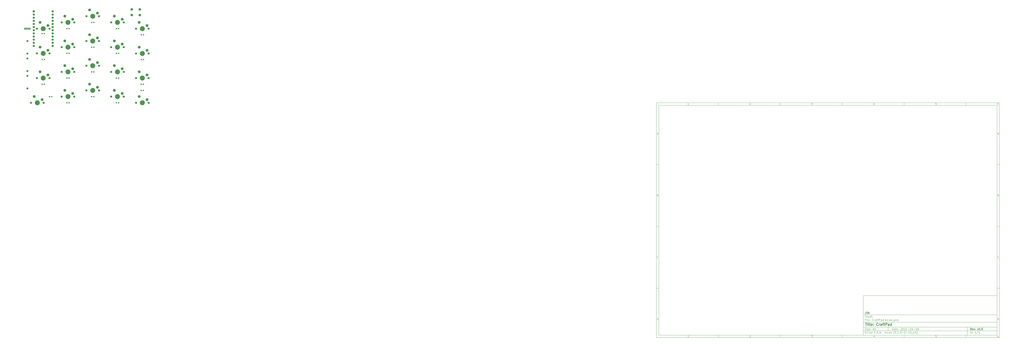
<source format=gbr>
%TF.GenerationSoftware,KiCad,Pcbnew,(5.1.9-0-10_14)*%
%TF.CreationDate,2021-04-06T08:54:49+08:00*%
%TF.ProjectId,CraftPad,43726166-7450-4616-942e-6b696361645f,v0.5*%
%TF.SameCoordinates,Original*%
%TF.FileFunction,Soldermask,Top*%
%TF.FilePolarity,Negative*%
%FSLAX46Y46*%
G04 Gerber Fmt 4.6, Leading zero omitted, Abs format (unit mm)*
G04 Created by KiCad (PCBNEW (5.1.9-0-10_14)) date 2021-04-06 08:54:49*
%MOMM*%
%LPD*%
G01*
G04 APERTURE LIST*
%ADD10C,0.100000*%
%ADD11C,0.150000*%
%ADD12C,0.300000*%
%ADD13C,0.400000*%
%ADD14O,1.600000X1.600000*%
%ADD15C,1.600000*%
%ADD16O,1.070000X1.800000*%
%ADD17R,1.070000X1.800000*%
%ADD18C,2.000000*%
%ADD19C,1.700000*%
%ADD20C,4.000000*%
%ADD21C,2.200000*%
%ADD22C,1.752600*%
%ADD23R,1.752600X1.752600*%
G04 APERTURE END LIST*
D10*
D11*
X177002200Y-166007200D02*
X177002200Y-198007200D01*
X285002200Y-198007200D01*
X285002200Y-166007200D01*
X177002200Y-166007200D01*
D10*
D11*
X10000000Y-10000000D02*
X10000000Y-200007200D01*
X287002200Y-200007200D01*
X287002200Y-10000000D01*
X10000000Y-10000000D01*
D10*
D11*
X12000000Y-12000000D02*
X12000000Y-198007200D01*
X285002200Y-198007200D01*
X285002200Y-12000000D01*
X12000000Y-12000000D01*
D10*
D11*
X60000000Y-12000000D02*
X60000000Y-10000000D01*
D10*
D11*
X110000000Y-12000000D02*
X110000000Y-10000000D01*
D10*
D11*
X160000000Y-12000000D02*
X160000000Y-10000000D01*
D10*
D11*
X210000000Y-12000000D02*
X210000000Y-10000000D01*
D10*
D11*
X260000000Y-12000000D02*
X260000000Y-10000000D01*
D10*
D11*
X36065476Y-11588095D02*
X35322619Y-11588095D01*
X35694047Y-11588095D02*
X35694047Y-10288095D01*
X35570238Y-10473809D01*
X35446428Y-10597619D01*
X35322619Y-10659523D01*
D10*
D11*
X85322619Y-10411904D02*
X85384523Y-10350000D01*
X85508333Y-10288095D01*
X85817857Y-10288095D01*
X85941666Y-10350000D01*
X86003571Y-10411904D01*
X86065476Y-10535714D01*
X86065476Y-10659523D01*
X86003571Y-10845238D01*
X85260714Y-11588095D01*
X86065476Y-11588095D01*
D10*
D11*
X135260714Y-10288095D02*
X136065476Y-10288095D01*
X135632142Y-10783333D01*
X135817857Y-10783333D01*
X135941666Y-10845238D01*
X136003571Y-10907142D01*
X136065476Y-11030952D01*
X136065476Y-11340476D01*
X136003571Y-11464285D01*
X135941666Y-11526190D01*
X135817857Y-11588095D01*
X135446428Y-11588095D01*
X135322619Y-11526190D01*
X135260714Y-11464285D01*
D10*
D11*
X185941666Y-10721428D02*
X185941666Y-11588095D01*
X185632142Y-10226190D02*
X185322619Y-11154761D01*
X186127380Y-11154761D01*
D10*
D11*
X236003571Y-10288095D02*
X235384523Y-10288095D01*
X235322619Y-10907142D01*
X235384523Y-10845238D01*
X235508333Y-10783333D01*
X235817857Y-10783333D01*
X235941666Y-10845238D01*
X236003571Y-10907142D01*
X236065476Y-11030952D01*
X236065476Y-11340476D01*
X236003571Y-11464285D01*
X235941666Y-11526190D01*
X235817857Y-11588095D01*
X235508333Y-11588095D01*
X235384523Y-11526190D01*
X235322619Y-11464285D01*
D10*
D11*
X285941666Y-10288095D02*
X285694047Y-10288095D01*
X285570238Y-10350000D01*
X285508333Y-10411904D01*
X285384523Y-10597619D01*
X285322619Y-10845238D01*
X285322619Y-11340476D01*
X285384523Y-11464285D01*
X285446428Y-11526190D01*
X285570238Y-11588095D01*
X285817857Y-11588095D01*
X285941666Y-11526190D01*
X286003571Y-11464285D01*
X286065476Y-11340476D01*
X286065476Y-11030952D01*
X286003571Y-10907142D01*
X285941666Y-10845238D01*
X285817857Y-10783333D01*
X285570238Y-10783333D01*
X285446428Y-10845238D01*
X285384523Y-10907142D01*
X285322619Y-11030952D01*
D10*
D11*
X60000000Y-198007200D02*
X60000000Y-200007200D01*
D10*
D11*
X110000000Y-198007200D02*
X110000000Y-200007200D01*
D10*
D11*
X160000000Y-198007200D02*
X160000000Y-200007200D01*
D10*
D11*
X210000000Y-198007200D02*
X210000000Y-200007200D01*
D10*
D11*
X260000000Y-198007200D02*
X260000000Y-200007200D01*
D10*
D11*
X36065476Y-199595295D02*
X35322619Y-199595295D01*
X35694047Y-199595295D02*
X35694047Y-198295295D01*
X35570238Y-198481009D01*
X35446428Y-198604819D01*
X35322619Y-198666723D01*
D10*
D11*
X85322619Y-198419104D02*
X85384523Y-198357200D01*
X85508333Y-198295295D01*
X85817857Y-198295295D01*
X85941666Y-198357200D01*
X86003571Y-198419104D01*
X86065476Y-198542914D01*
X86065476Y-198666723D01*
X86003571Y-198852438D01*
X85260714Y-199595295D01*
X86065476Y-199595295D01*
D10*
D11*
X135260714Y-198295295D02*
X136065476Y-198295295D01*
X135632142Y-198790533D01*
X135817857Y-198790533D01*
X135941666Y-198852438D01*
X136003571Y-198914342D01*
X136065476Y-199038152D01*
X136065476Y-199347676D01*
X136003571Y-199471485D01*
X135941666Y-199533390D01*
X135817857Y-199595295D01*
X135446428Y-199595295D01*
X135322619Y-199533390D01*
X135260714Y-199471485D01*
D10*
D11*
X185941666Y-198728628D02*
X185941666Y-199595295D01*
X185632142Y-198233390D02*
X185322619Y-199161961D01*
X186127380Y-199161961D01*
D10*
D11*
X236003571Y-198295295D02*
X235384523Y-198295295D01*
X235322619Y-198914342D01*
X235384523Y-198852438D01*
X235508333Y-198790533D01*
X235817857Y-198790533D01*
X235941666Y-198852438D01*
X236003571Y-198914342D01*
X236065476Y-199038152D01*
X236065476Y-199347676D01*
X236003571Y-199471485D01*
X235941666Y-199533390D01*
X235817857Y-199595295D01*
X235508333Y-199595295D01*
X235384523Y-199533390D01*
X235322619Y-199471485D01*
D10*
D11*
X285941666Y-198295295D02*
X285694047Y-198295295D01*
X285570238Y-198357200D01*
X285508333Y-198419104D01*
X285384523Y-198604819D01*
X285322619Y-198852438D01*
X285322619Y-199347676D01*
X285384523Y-199471485D01*
X285446428Y-199533390D01*
X285570238Y-199595295D01*
X285817857Y-199595295D01*
X285941666Y-199533390D01*
X286003571Y-199471485D01*
X286065476Y-199347676D01*
X286065476Y-199038152D01*
X286003571Y-198914342D01*
X285941666Y-198852438D01*
X285817857Y-198790533D01*
X285570238Y-198790533D01*
X285446428Y-198852438D01*
X285384523Y-198914342D01*
X285322619Y-199038152D01*
D10*
D11*
X10000000Y-60000000D02*
X12000000Y-60000000D01*
D10*
D11*
X10000000Y-110000000D02*
X12000000Y-110000000D01*
D10*
D11*
X10000000Y-160000000D02*
X12000000Y-160000000D01*
D10*
D11*
X10690476Y-35216666D02*
X11309523Y-35216666D01*
X10566666Y-35588095D02*
X11000000Y-34288095D01*
X11433333Y-35588095D01*
D10*
D11*
X11092857Y-84907142D02*
X11278571Y-84969047D01*
X11340476Y-85030952D01*
X11402380Y-85154761D01*
X11402380Y-85340476D01*
X11340476Y-85464285D01*
X11278571Y-85526190D01*
X11154761Y-85588095D01*
X10659523Y-85588095D01*
X10659523Y-84288095D01*
X11092857Y-84288095D01*
X11216666Y-84350000D01*
X11278571Y-84411904D01*
X11340476Y-84535714D01*
X11340476Y-84659523D01*
X11278571Y-84783333D01*
X11216666Y-84845238D01*
X11092857Y-84907142D01*
X10659523Y-84907142D01*
D10*
D11*
X11402380Y-135464285D02*
X11340476Y-135526190D01*
X11154761Y-135588095D01*
X11030952Y-135588095D01*
X10845238Y-135526190D01*
X10721428Y-135402380D01*
X10659523Y-135278571D01*
X10597619Y-135030952D01*
X10597619Y-134845238D01*
X10659523Y-134597619D01*
X10721428Y-134473809D01*
X10845238Y-134350000D01*
X11030952Y-134288095D01*
X11154761Y-134288095D01*
X11340476Y-134350000D01*
X11402380Y-134411904D01*
D10*
D11*
X10659523Y-185588095D02*
X10659523Y-184288095D01*
X10969047Y-184288095D01*
X11154761Y-184350000D01*
X11278571Y-184473809D01*
X11340476Y-184597619D01*
X11402380Y-184845238D01*
X11402380Y-185030952D01*
X11340476Y-185278571D01*
X11278571Y-185402380D01*
X11154761Y-185526190D01*
X10969047Y-185588095D01*
X10659523Y-185588095D01*
D10*
D11*
X287002200Y-60000000D02*
X285002200Y-60000000D01*
D10*
D11*
X287002200Y-110000000D02*
X285002200Y-110000000D01*
D10*
D11*
X287002200Y-160000000D02*
X285002200Y-160000000D01*
D10*
D11*
X285692676Y-35216666D02*
X286311723Y-35216666D01*
X285568866Y-35588095D02*
X286002200Y-34288095D01*
X286435533Y-35588095D01*
D10*
D11*
X286095057Y-84907142D02*
X286280771Y-84969047D01*
X286342676Y-85030952D01*
X286404580Y-85154761D01*
X286404580Y-85340476D01*
X286342676Y-85464285D01*
X286280771Y-85526190D01*
X286156961Y-85588095D01*
X285661723Y-85588095D01*
X285661723Y-84288095D01*
X286095057Y-84288095D01*
X286218866Y-84350000D01*
X286280771Y-84411904D01*
X286342676Y-84535714D01*
X286342676Y-84659523D01*
X286280771Y-84783333D01*
X286218866Y-84845238D01*
X286095057Y-84907142D01*
X285661723Y-84907142D01*
D10*
D11*
X286404580Y-135464285D02*
X286342676Y-135526190D01*
X286156961Y-135588095D01*
X286033152Y-135588095D01*
X285847438Y-135526190D01*
X285723628Y-135402380D01*
X285661723Y-135278571D01*
X285599819Y-135030952D01*
X285599819Y-134845238D01*
X285661723Y-134597619D01*
X285723628Y-134473809D01*
X285847438Y-134350000D01*
X286033152Y-134288095D01*
X286156961Y-134288095D01*
X286342676Y-134350000D01*
X286404580Y-134411904D01*
D10*
D11*
X285661723Y-185588095D02*
X285661723Y-184288095D01*
X285971247Y-184288095D01*
X286156961Y-184350000D01*
X286280771Y-184473809D01*
X286342676Y-184597619D01*
X286404580Y-184845238D01*
X286404580Y-185030952D01*
X286342676Y-185278571D01*
X286280771Y-185402380D01*
X286156961Y-185526190D01*
X285971247Y-185588095D01*
X285661723Y-185588095D01*
D10*
D11*
X200434342Y-193785771D02*
X200434342Y-192285771D01*
X200791485Y-192285771D01*
X201005771Y-192357200D01*
X201148628Y-192500057D01*
X201220057Y-192642914D01*
X201291485Y-192928628D01*
X201291485Y-193142914D01*
X201220057Y-193428628D01*
X201148628Y-193571485D01*
X201005771Y-193714342D01*
X200791485Y-193785771D01*
X200434342Y-193785771D01*
X202577200Y-193785771D02*
X202577200Y-193000057D01*
X202505771Y-192857200D01*
X202362914Y-192785771D01*
X202077200Y-192785771D01*
X201934342Y-192857200D01*
X202577200Y-193714342D02*
X202434342Y-193785771D01*
X202077200Y-193785771D01*
X201934342Y-193714342D01*
X201862914Y-193571485D01*
X201862914Y-193428628D01*
X201934342Y-193285771D01*
X202077200Y-193214342D01*
X202434342Y-193214342D01*
X202577200Y-193142914D01*
X203077200Y-192785771D02*
X203648628Y-192785771D01*
X203291485Y-192285771D02*
X203291485Y-193571485D01*
X203362914Y-193714342D01*
X203505771Y-193785771D01*
X203648628Y-193785771D01*
X204720057Y-193714342D02*
X204577200Y-193785771D01*
X204291485Y-193785771D01*
X204148628Y-193714342D01*
X204077200Y-193571485D01*
X204077200Y-193000057D01*
X204148628Y-192857200D01*
X204291485Y-192785771D01*
X204577200Y-192785771D01*
X204720057Y-192857200D01*
X204791485Y-193000057D01*
X204791485Y-193142914D01*
X204077200Y-193285771D01*
X205434342Y-193642914D02*
X205505771Y-193714342D01*
X205434342Y-193785771D01*
X205362914Y-193714342D01*
X205434342Y-193642914D01*
X205434342Y-193785771D01*
X205434342Y-192857200D02*
X205505771Y-192928628D01*
X205434342Y-193000057D01*
X205362914Y-192928628D01*
X205434342Y-192857200D01*
X205434342Y-193000057D01*
X207220057Y-192428628D02*
X207291485Y-192357200D01*
X207434342Y-192285771D01*
X207791485Y-192285771D01*
X207934342Y-192357200D01*
X208005771Y-192428628D01*
X208077200Y-192571485D01*
X208077200Y-192714342D01*
X208005771Y-192928628D01*
X207148628Y-193785771D01*
X208077200Y-193785771D01*
X209005771Y-192285771D02*
X209148628Y-192285771D01*
X209291485Y-192357200D01*
X209362914Y-192428628D01*
X209434342Y-192571485D01*
X209505771Y-192857200D01*
X209505771Y-193214342D01*
X209434342Y-193500057D01*
X209362914Y-193642914D01*
X209291485Y-193714342D01*
X209148628Y-193785771D01*
X209005771Y-193785771D01*
X208862914Y-193714342D01*
X208791485Y-193642914D01*
X208720057Y-193500057D01*
X208648628Y-193214342D01*
X208648628Y-192857200D01*
X208720057Y-192571485D01*
X208791485Y-192428628D01*
X208862914Y-192357200D01*
X209005771Y-192285771D01*
X210077200Y-192428628D02*
X210148628Y-192357200D01*
X210291485Y-192285771D01*
X210648628Y-192285771D01*
X210791485Y-192357200D01*
X210862914Y-192428628D01*
X210934342Y-192571485D01*
X210934342Y-192714342D01*
X210862914Y-192928628D01*
X210005771Y-193785771D01*
X210934342Y-193785771D01*
X212362914Y-193785771D02*
X211505771Y-193785771D01*
X211934342Y-193785771D02*
X211934342Y-192285771D01*
X211791485Y-192500057D01*
X211648628Y-192642914D01*
X211505771Y-192714342D01*
X213005771Y-193214342D02*
X214148628Y-193214342D01*
X215148628Y-192285771D02*
X215291485Y-192285771D01*
X215434342Y-192357200D01*
X215505771Y-192428628D01*
X215577200Y-192571485D01*
X215648628Y-192857200D01*
X215648628Y-193214342D01*
X215577200Y-193500057D01*
X215505771Y-193642914D01*
X215434342Y-193714342D01*
X215291485Y-193785771D01*
X215148628Y-193785771D01*
X215005771Y-193714342D01*
X214934342Y-193642914D01*
X214862914Y-193500057D01*
X214791485Y-193214342D01*
X214791485Y-192857200D01*
X214862914Y-192571485D01*
X214934342Y-192428628D01*
X215005771Y-192357200D01*
X215148628Y-192285771D01*
X216934342Y-192785771D02*
X216934342Y-193785771D01*
X216577200Y-192214342D02*
X216220057Y-193285771D01*
X217148628Y-193285771D01*
X217720057Y-193214342D02*
X218862914Y-193214342D01*
X219862914Y-192285771D02*
X220005771Y-192285771D01*
X220148628Y-192357200D01*
X220220057Y-192428628D01*
X220291485Y-192571485D01*
X220362914Y-192857200D01*
X220362914Y-193214342D01*
X220291485Y-193500057D01*
X220220057Y-193642914D01*
X220148628Y-193714342D01*
X220005771Y-193785771D01*
X219862914Y-193785771D01*
X219720057Y-193714342D01*
X219648628Y-193642914D01*
X219577200Y-193500057D01*
X219505771Y-193214342D01*
X219505771Y-192857200D01*
X219577200Y-192571485D01*
X219648628Y-192428628D01*
X219720057Y-192357200D01*
X219862914Y-192285771D01*
X221648628Y-192285771D02*
X221362914Y-192285771D01*
X221220057Y-192357200D01*
X221148628Y-192428628D01*
X221005771Y-192642914D01*
X220934342Y-192928628D01*
X220934342Y-193500057D01*
X221005771Y-193642914D01*
X221077200Y-193714342D01*
X221220057Y-193785771D01*
X221505771Y-193785771D01*
X221648628Y-193714342D01*
X221720057Y-193642914D01*
X221791485Y-193500057D01*
X221791485Y-193142914D01*
X221720057Y-193000057D01*
X221648628Y-192928628D01*
X221505771Y-192857200D01*
X221220057Y-192857200D01*
X221077200Y-192928628D01*
X221005771Y-193000057D01*
X220934342Y-193142914D01*
D10*
D11*
X177002200Y-194507200D02*
X285002200Y-194507200D01*
D10*
D11*
X178434342Y-196585771D02*
X178434342Y-195085771D01*
X179291485Y-196585771D02*
X178648628Y-195728628D01*
X179291485Y-195085771D02*
X178434342Y-195942914D01*
X179934342Y-196585771D02*
X179934342Y-195585771D01*
X179934342Y-195085771D02*
X179862914Y-195157200D01*
X179934342Y-195228628D01*
X180005771Y-195157200D01*
X179934342Y-195085771D01*
X179934342Y-195228628D01*
X181505771Y-196442914D02*
X181434342Y-196514342D01*
X181220057Y-196585771D01*
X181077200Y-196585771D01*
X180862914Y-196514342D01*
X180720057Y-196371485D01*
X180648628Y-196228628D01*
X180577200Y-195942914D01*
X180577200Y-195728628D01*
X180648628Y-195442914D01*
X180720057Y-195300057D01*
X180862914Y-195157200D01*
X181077200Y-195085771D01*
X181220057Y-195085771D01*
X181434342Y-195157200D01*
X181505771Y-195228628D01*
X182791485Y-196585771D02*
X182791485Y-195800057D01*
X182720057Y-195657200D01*
X182577200Y-195585771D01*
X182291485Y-195585771D01*
X182148628Y-195657200D01*
X182791485Y-196514342D02*
X182648628Y-196585771D01*
X182291485Y-196585771D01*
X182148628Y-196514342D01*
X182077200Y-196371485D01*
X182077200Y-196228628D01*
X182148628Y-196085771D01*
X182291485Y-196014342D01*
X182648628Y-196014342D01*
X182791485Y-195942914D01*
X184148628Y-196585771D02*
X184148628Y-195085771D01*
X184148628Y-196514342D02*
X184005771Y-196585771D01*
X183720057Y-196585771D01*
X183577200Y-196514342D01*
X183505771Y-196442914D01*
X183434342Y-196300057D01*
X183434342Y-195871485D01*
X183505771Y-195728628D01*
X183577200Y-195657200D01*
X183720057Y-195585771D01*
X184005771Y-195585771D01*
X184148628Y-195657200D01*
X186005771Y-195800057D02*
X186505771Y-195800057D01*
X186720057Y-196585771D02*
X186005771Y-196585771D01*
X186005771Y-195085771D01*
X186720057Y-195085771D01*
X187362914Y-196442914D02*
X187434342Y-196514342D01*
X187362914Y-196585771D01*
X187291485Y-196514342D01*
X187362914Y-196442914D01*
X187362914Y-196585771D01*
X188077200Y-196585771D02*
X188077200Y-195085771D01*
X188434342Y-195085771D01*
X188648628Y-195157200D01*
X188791485Y-195300057D01*
X188862914Y-195442914D01*
X188934342Y-195728628D01*
X188934342Y-195942914D01*
X188862914Y-196228628D01*
X188791485Y-196371485D01*
X188648628Y-196514342D01*
X188434342Y-196585771D01*
X188077200Y-196585771D01*
X189577200Y-196442914D02*
X189648628Y-196514342D01*
X189577200Y-196585771D01*
X189505771Y-196514342D01*
X189577200Y-196442914D01*
X189577200Y-196585771D01*
X190220057Y-196157200D02*
X190934342Y-196157200D01*
X190077200Y-196585771D02*
X190577200Y-195085771D01*
X191077200Y-196585771D01*
X191577200Y-196442914D02*
X191648628Y-196514342D01*
X191577200Y-196585771D01*
X191505771Y-196514342D01*
X191577200Y-196442914D01*
X191577200Y-196585771D01*
X194577200Y-196585771D02*
X194577200Y-195085771D01*
X194720057Y-196014342D02*
X195148628Y-196585771D01*
X195148628Y-195585771D02*
X194577200Y-196157200D01*
X195791485Y-196585771D02*
X195791485Y-195585771D01*
X195791485Y-195085771D02*
X195720057Y-195157200D01*
X195791485Y-195228628D01*
X195862914Y-195157200D01*
X195791485Y-195085771D01*
X195791485Y-195228628D01*
X197148628Y-196514342D02*
X197005771Y-196585771D01*
X196720057Y-196585771D01*
X196577200Y-196514342D01*
X196505771Y-196442914D01*
X196434342Y-196300057D01*
X196434342Y-195871485D01*
X196505771Y-195728628D01*
X196577200Y-195657200D01*
X196720057Y-195585771D01*
X197005771Y-195585771D01*
X197148628Y-195657200D01*
X198434342Y-196585771D02*
X198434342Y-195800057D01*
X198362914Y-195657200D01*
X198220057Y-195585771D01*
X197934342Y-195585771D01*
X197791485Y-195657200D01*
X198434342Y-196514342D02*
X198291485Y-196585771D01*
X197934342Y-196585771D01*
X197791485Y-196514342D01*
X197720057Y-196371485D01*
X197720057Y-196228628D01*
X197791485Y-196085771D01*
X197934342Y-196014342D01*
X198291485Y-196014342D01*
X198434342Y-195942914D01*
X199791485Y-196585771D02*
X199791485Y-195085771D01*
X199791485Y-196514342D02*
X199648628Y-196585771D01*
X199362914Y-196585771D01*
X199220057Y-196514342D01*
X199148628Y-196442914D01*
X199077200Y-196300057D01*
X199077200Y-195871485D01*
X199148628Y-195728628D01*
X199220057Y-195657200D01*
X199362914Y-195585771D01*
X199648628Y-195585771D01*
X199791485Y-195657200D01*
X202077200Y-197157200D02*
X202005771Y-197085771D01*
X201862914Y-196871485D01*
X201791485Y-196728628D01*
X201720057Y-196514342D01*
X201648628Y-196157200D01*
X201648628Y-195871485D01*
X201720057Y-195514342D01*
X201791485Y-195300057D01*
X201862914Y-195157200D01*
X202005771Y-194942914D01*
X202077200Y-194871485D01*
X203362914Y-195085771D02*
X202648628Y-195085771D01*
X202577200Y-195800057D01*
X202648628Y-195728628D01*
X202791485Y-195657200D01*
X203148628Y-195657200D01*
X203291485Y-195728628D01*
X203362914Y-195800057D01*
X203434342Y-195942914D01*
X203434342Y-196300057D01*
X203362914Y-196442914D01*
X203291485Y-196514342D01*
X203148628Y-196585771D01*
X202791485Y-196585771D01*
X202648628Y-196514342D01*
X202577200Y-196442914D01*
X204077200Y-196442914D02*
X204148628Y-196514342D01*
X204077200Y-196585771D01*
X204005771Y-196514342D01*
X204077200Y-196442914D01*
X204077200Y-196585771D01*
X205577200Y-196585771D02*
X204720057Y-196585771D01*
X205148628Y-196585771D02*
X205148628Y-195085771D01*
X205005771Y-195300057D01*
X204862914Y-195442914D01*
X204720057Y-195514342D01*
X206220057Y-196442914D02*
X206291485Y-196514342D01*
X206220057Y-196585771D01*
X206148628Y-196514342D01*
X206220057Y-196442914D01*
X206220057Y-196585771D01*
X207005771Y-196585771D02*
X207291485Y-196585771D01*
X207434342Y-196514342D01*
X207505771Y-196442914D01*
X207648628Y-196228628D01*
X207720057Y-195942914D01*
X207720057Y-195371485D01*
X207648628Y-195228628D01*
X207577200Y-195157200D01*
X207434342Y-195085771D01*
X207148628Y-195085771D01*
X207005771Y-195157200D01*
X206934342Y-195228628D01*
X206862914Y-195371485D01*
X206862914Y-195728628D01*
X206934342Y-195871485D01*
X207005771Y-195942914D01*
X207148628Y-196014342D01*
X207434342Y-196014342D01*
X207577200Y-195942914D01*
X207648628Y-195871485D01*
X207720057Y-195728628D01*
X208362914Y-196014342D02*
X209505771Y-196014342D01*
X210505771Y-195085771D02*
X210648628Y-195085771D01*
X210791485Y-195157200D01*
X210862914Y-195228628D01*
X210934342Y-195371485D01*
X211005771Y-195657200D01*
X211005771Y-196014342D01*
X210934342Y-196300057D01*
X210862914Y-196442914D01*
X210791485Y-196514342D01*
X210648628Y-196585771D01*
X210505771Y-196585771D01*
X210362914Y-196514342D01*
X210291485Y-196442914D01*
X210220057Y-196300057D01*
X210148628Y-196014342D01*
X210148628Y-195657200D01*
X210220057Y-195371485D01*
X210291485Y-195228628D01*
X210362914Y-195157200D01*
X210505771Y-195085771D01*
X211648628Y-196014342D02*
X212791485Y-196014342D01*
X214291485Y-196585771D02*
X213434342Y-196585771D01*
X213862914Y-196585771D02*
X213862914Y-195085771D01*
X213720057Y-195300057D01*
X213577200Y-195442914D01*
X213434342Y-195514342D01*
X215220057Y-195085771D02*
X215362914Y-195085771D01*
X215505771Y-195157200D01*
X215577200Y-195228628D01*
X215648628Y-195371485D01*
X215720057Y-195657200D01*
X215720057Y-196014342D01*
X215648628Y-196300057D01*
X215577200Y-196442914D01*
X215505771Y-196514342D01*
X215362914Y-196585771D01*
X215220057Y-196585771D01*
X215077200Y-196514342D01*
X215005771Y-196442914D01*
X214934342Y-196300057D01*
X214862914Y-196014342D01*
X214862914Y-195657200D01*
X214934342Y-195371485D01*
X215005771Y-195228628D01*
X215077200Y-195157200D01*
X215220057Y-195085771D01*
X216005771Y-196728628D02*
X217148628Y-196728628D01*
X218291485Y-196585771D02*
X217434342Y-196585771D01*
X217862914Y-196585771D02*
X217862914Y-195085771D01*
X217720057Y-195300057D01*
X217577200Y-195442914D01*
X217434342Y-195514342D01*
X219577200Y-195585771D02*
X219577200Y-196585771D01*
X219220057Y-195014342D02*
X218862914Y-196085771D01*
X219791485Y-196085771D01*
X220220057Y-197157200D02*
X220291485Y-197085771D01*
X220434342Y-196871485D01*
X220505771Y-196728628D01*
X220577200Y-196514342D01*
X220648628Y-196157200D01*
X220648628Y-195871485D01*
X220577200Y-195514342D01*
X220505771Y-195300057D01*
X220434342Y-195157200D01*
X220291485Y-194942914D01*
X220220057Y-194871485D01*
D10*
D11*
X177002200Y-191507200D02*
X285002200Y-191507200D01*
D10*
D12*
X264411485Y-193785771D02*
X263911485Y-193071485D01*
X263554342Y-193785771D02*
X263554342Y-192285771D01*
X264125771Y-192285771D01*
X264268628Y-192357200D01*
X264340057Y-192428628D01*
X264411485Y-192571485D01*
X264411485Y-192785771D01*
X264340057Y-192928628D01*
X264268628Y-193000057D01*
X264125771Y-193071485D01*
X263554342Y-193071485D01*
X265625771Y-193714342D02*
X265482914Y-193785771D01*
X265197200Y-193785771D01*
X265054342Y-193714342D01*
X264982914Y-193571485D01*
X264982914Y-193000057D01*
X265054342Y-192857200D01*
X265197200Y-192785771D01*
X265482914Y-192785771D01*
X265625771Y-192857200D01*
X265697200Y-193000057D01*
X265697200Y-193142914D01*
X264982914Y-193285771D01*
X266197200Y-192785771D02*
X266554342Y-193785771D01*
X266911485Y-192785771D01*
X267482914Y-193642914D02*
X267554342Y-193714342D01*
X267482914Y-193785771D01*
X267411485Y-193714342D01*
X267482914Y-193642914D01*
X267482914Y-193785771D01*
X267482914Y-192857200D02*
X267554342Y-192928628D01*
X267482914Y-193000057D01*
X267411485Y-192928628D01*
X267482914Y-192857200D01*
X267482914Y-193000057D01*
X269197200Y-192785771D02*
X269554342Y-193785771D01*
X269911485Y-192785771D01*
X270768628Y-192285771D02*
X270911485Y-192285771D01*
X271054342Y-192357200D01*
X271125771Y-192428628D01*
X271197200Y-192571485D01*
X271268628Y-192857200D01*
X271268628Y-193214342D01*
X271197200Y-193500057D01*
X271125771Y-193642914D01*
X271054342Y-193714342D01*
X270911485Y-193785771D01*
X270768628Y-193785771D01*
X270625771Y-193714342D01*
X270554342Y-193642914D01*
X270482914Y-193500057D01*
X270411485Y-193214342D01*
X270411485Y-192857200D01*
X270482914Y-192571485D01*
X270554342Y-192428628D01*
X270625771Y-192357200D01*
X270768628Y-192285771D01*
X271911485Y-193642914D02*
X271982914Y-193714342D01*
X271911485Y-193785771D01*
X271840057Y-193714342D01*
X271911485Y-193642914D01*
X271911485Y-193785771D01*
X273340057Y-192285771D02*
X272625771Y-192285771D01*
X272554342Y-193000057D01*
X272625771Y-192928628D01*
X272768628Y-192857200D01*
X273125771Y-192857200D01*
X273268628Y-192928628D01*
X273340057Y-193000057D01*
X273411485Y-193142914D01*
X273411485Y-193500057D01*
X273340057Y-193642914D01*
X273268628Y-193714342D01*
X273125771Y-193785771D01*
X272768628Y-193785771D01*
X272625771Y-193714342D01*
X272554342Y-193642914D01*
D10*
D11*
X178362914Y-193714342D02*
X178577200Y-193785771D01*
X178934342Y-193785771D01*
X179077200Y-193714342D01*
X179148628Y-193642914D01*
X179220057Y-193500057D01*
X179220057Y-193357200D01*
X179148628Y-193214342D01*
X179077200Y-193142914D01*
X178934342Y-193071485D01*
X178648628Y-193000057D01*
X178505771Y-192928628D01*
X178434342Y-192857200D01*
X178362914Y-192714342D01*
X178362914Y-192571485D01*
X178434342Y-192428628D01*
X178505771Y-192357200D01*
X178648628Y-192285771D01*
X179005771Y-192285771D01*
X179220057Y-192357200D01*
X179862914Y-193785771D02*
X179862914Y-192785771D01*
X179862914Y-192285771D02*
X179791485Y-192357200D01*
X179862914Y-192428628D01*
X179934342Y-192357200D01*
X179862914Y-192285771D01*
X179862914Y-192428628D01*
X180434342Y-192785771D02*
X181220057Y-192785771D01*
X180434342Y-193785771D01*
X181220057Y-193785771D01*
X182362914Y-193714342D02*
X182220057Y-193785771D01*
X181934342Y-193785771D01*
X181791485Y-193714342D01*
X181720057Y-193571485D01*
X181720057Y-193000057D01*
X181791485Y-192857200D01*
X181934342Y-192785771D01*
X182220057Y-192785771D01*
X182362914Y-192857200D01*
X182434342Y-193000057D01*
X182434342Y-193142914D01*
X181720057Y-193285771D01*
X183077200Y-193642914D02*
X183148628Y-193714342D01*
X183077200Y-193785771D01*
X183005771Y-193714342D01*
X183077200Y-193642914D01*
X183077200Y-193785771D01*
X183077200Y-192857200D02*
X183148628Y-192928628D01*
X183077200Y-193000057D01*
X183005771Y-192928628D01*
X183077200Y-192857200D01*
X183077200Y-193000057D01*
X184862914Y-193357200D02*
X185577200Y-193357200D01*
X184720057Y-193785771D02*
X185220057Y-192285771D01*
X185720057Y-193785771D01*
X186862914Y-192785771D02*
X186862914Y-193785771D01*
X186505771Y-192214342D02*
X186148628Y-193285771D01*
X187077200Y-193285771D01*
D10*
D11*
X263434342Y-196585771D02*
X263434342Y-195085771D01*
X264791485Y-196585771D02*
X264791485Y-195085771D01*
X264791485Y-196514342D02*
X264648628Y-196585771D01*
X264362914Y-196585771D01*
X264220057Y-196514342D01*
X264148628Y-196442914D01*
X264077200Y-196300057D01*
X264077200Y-195871485D01*
X264148628Y-195728628D01*
X264220057Y-195657200D01*
X264362914Y-195585771D01*
X264648628Y-195585771D01*
X264791485Y-195657200D01*
X265505771Y-196442914D02*
X265577200Y-196514342D01*
X265505771Y-196585771D01*
X265434342Y-196514342D01*
X265505771Y-196442914D01*
X265505771Y-196585771D01*
X265505771Y-195657200D02*
X265577200Y-195728628D01*
X265505771Y-195800057D01*
X265434342Y-195728628D01*
X265505771Y-195657200D01*
X265505771Y-195800057D01*
X268148628Y-196585771D02*
X267291485Y-196585771D01*
X267720057Y-196585771D02*
X267720057Y-195085771D01*
X267577200Y-195300057D01*
X267434342Y-195442914D01*
X267291485Y-195514342D01*
X269862914Y-195014342D02*
X268577200Y-196942914D01*
X271148628Y-196585771D02*
X270291485Y-196585771D01*
X270720057Y-196585771D02*
X270720057Y-195085771D01*
X270577200Y-195300057D01*
X270434342Y-195442914D01*
X270291485Y-195514342D01*
D10*
D11*
X177002200Y-187507200D02*
X285002200Y-187507200D01*
D10*
D13*
X178714580Y-188211961D02*
X179857438Y-188211961D01*
X179036009Y-190211961D02*
X179286009Y-188211961D01*
X180274104Y-190211961D02*
X180440771Y-188878628D01*
X180524104Y-188211961D02*
X180416961Y-188307200D01*
X180500295Y-188402438D01*
X180607438Y-188307200D01*
X180524104Y-188211961D01*
X180500295Y-188402438D01*
X181107438Y-188878628D02*
X181869342Y-188878628D01*
X181476485Y-188211961D02*
X181262200Y-189926247D01*
X181333628Y-190116723D01*
X181512200Y-190211961D01*
X181702676Y-190211961D01*
X182655057Y-190211961D02*
X182476485Y-190116723D01*
X182405057Y-189926247D01*
X182619342Y-188211961D01*
X184190771Y-190116723D02*
X183988390Y-190211961D01*
X183607438Y-190211961D01*
X183428866Y-190116723D01*
X183357438Y-189926247D01*
X183452676Y-189164342D01*
X183571723Y-188973866D01*
X183774104Y-188878628D01*
X184155057Y-188878628D01*
X184333628Y-188973866D01*
X184405057Y-189164342D01*
X184381247Y-189354819D01*
X183405057Y-189545295D01*
X185155057Y-190021485D02*
X185238390Y-190116723D01*
X185131247Y-190211961D01*
X185047914Y-190116723D01*
X185155057Y-190021485D01*
X185131247Y-190211961D01*
X185286009Y-188973866D02*
X185369342Y-189069104D01*
X185262200Y-189164342D01*
X185178866Y-189069104D01*
X185286009Y-188973866D01*
X185262200Y-189164342D01*
X188774104Y-190021485D02*
X188666961Y-190116723D01*
X188369342Y-190211961D01*
X188178866Y-190211961D01*
X187905057Y-190116723D01*
X187738390Y-189926247D01*
X187666961Y-189735771D01*
X187619342Y-189354819D01*
X187655057Y-189069104D01*
X187797914Y-188688152D01*
X187916961Y-188497676D01*
X188131247Y-188307200D01*
X188428866Y-188211961D01*
X188619342Y-188211961D01*
X188893152Y-188307200D01*
X188976485Y-188402438D01*
X189607438Y-190211961D02*
X189774104Y-188878628D01*
X189726485Y-189259580D02*
X189845533Y-189069104D01*
X189952676Y-188973866D01*
X190155057Y-188878628D01*
X190345533Y-188878628D01*
X191702676Y-190211961D02*
X191833628Y-189164342D01*
X191762200Y-188973866D01*
X191583628Y-188878628D01*
X191202676Y-188878628D01*
X191000295Y-188973866D01*
X191714580Y-190116723D02*
X191512200Y-190211961D01*
X191036009Y-190211961D01*
X190857438Y-190116723D01*
X190786009Y-189926247D01*
X190809819Y-189735771D01*
X190928866Y-189545295D01*
X191131247Y-189450057D01*
X191607438Y-189450057D01*
X191809819Y-189354819D01*
X192536009Y-188878628D02*
X193297914Y-188878628D01*
X192655057Y-190211961D02*
X192869342Y-188497676D01*
X192988390Y-188307200D01*
X193190771Y-188211961D01*
X193381247Y-188211961D01*
X193678866Y-188878628D02*
X194440771Y-188878628D01*
X194047914Y-188211961D02*
X193833628Y-189926247D01*
X193905057Y-190116723D01*
X194083628Y-190211961D01*
X194274104Y-190211961D01*
X194940771Y-190211961D02*
X195190771Y-188211961D01*
X195952676Y-188211961D01*
X196131247Y-188307200D01*
X196214580Y-188402438D01*
X196286009Y-188592914D01*
X196250295Y-188878628D01*
X196131247Y-189069104D01*
X196024104Y-189164342D01*
X195821723Y-189259580D01*
X195059819Y-189259580D01*
X197797914Y-190211961D02*
X197928866Y-189164342D01*
X197857438Y-188973866D01*
X197678866Y-188878628D01*
X197297914Y-188878628D01*
X197095533Y-188973866D01*
X197809819Y-190116723D02*
X197607438Y-190211961D01*
X197131247Y-190211961D01*
X196952676Y-190116723D01*
X196881247Y-189926247D01*
X196905057Y-189735771D01*
X197024104Y-189545295D01*
X197226485Y-189450057D01*
X197702676Y-189450057D01*
X197905057Y-189354819D01*
X199607438Y-190211961D02*
X199857438Y-188211961D01*
X199619342Y-190116723D02*
X199416961Y-190211961D01*
X199036009Y-190211961D01*
X198857438Y-190116723D01*
X198774104Y-190021485D01*
X198702676Y-189831009D01*
X198774104Y-189259580D01*
X198893152Y-189069104D01*
X199000295Y-188973866D01*
X199202676Y-188878628D01*
X199583628Y-188878628D01*
X199762200Y-188973866D01*
D10*
D11*
X178934342Y-185600057D02*
X178434342Y-185600057D01*
X178434342Y-186385771D02*
X178434342Y-184885771D01*
X179148628Y-184885771D01*
X179720057Y-186385771D02*
X179720057Y-185385771D01*
X179720057Y-184885771D02*
X179648628Y-184957200D01*
X179720057Y-185028628D01*
X179791485Y-184957200D01*
X179720057Y-184885771D01*
X179720057Y-185028628D01*
X180648628Y-186385771D02*
X180505771Y-186314342D01*
X180434342Y-186171485D01*
X180434342Y-184885771D01*
X181791485Y-186314342D02*
X181648628Y-186385771D01*
X181362914Y-186385771D01*
X181220057Y-186314342D01*
X181148628Y-186171485D01*
X181148628Y-185600057D01*
X181220057Y-185457200D01*
X181362914Y-185385771D01*
X181648628Y-185385771D01*
X181791485Y-185457200D01*
X181862914Y-185600057D01*
X181862914Y-185742914D01*
X181148628Y-185885771D01*
X182505771Y-186242914D02*
X182577200Y-186314342D01*
X182505771Y-186385771D01*
X182434342Y-186314342D01*
X182505771Y-186242914D01*
X182505771Y-186385771D01*
X182505771Y-185457200D02*
X182577200Y-185528628D01*
X182505771Y-185600057D01*
X182434342Y-185528628D01*
X182505771Y-185457200D01*
X182505771Y-185600057D01*
X185220057Y-186242914D02*
X185148628Y-186314342D01*
X184934342Y-186385771D01*
X184791485Y-186385771D01*
X184577200Y-186314342D01*
X184434342Y-186171485D01*
X184362914Y-186028628D01*
X184291485Y-185742914D01*
X184291485Y-185528628D01*
X184362914Y-185242914D01*
X184434342Y-185100057D01*
X184577200Y-184957200D01*
X184791485Y-184885771D01*
X184934342Y-184885771D01*
X185148628Y-184957200D01*
X185220057Y-185028628D01*
X185862914Y-186385771D02*
X185862914Y-185385771D01*
X185862914Y-185671485D02*
X185934342Y-185528628D01*
X186005771Y-185457200D01*
X186148628Y-185385771D01*
X186291485Y-185385771D01*
X187434342Y-186385771D02*
X187434342Y-185600057D01*
X187362914Y-185457200D01*
X187220057Y-185385771D01*
X186934342Y-185385771D01*
X186791485Y-185457200D01*
X187434342Y-186314342D02*
X187291485Y-186385771D01*
X186934342Y-186385771D01*
X186791485Y-186314342D01*
X186720057Y-186171485D01*
X186720057Y-186028628D01*
X186791485Y-185885771D01*
X186934342Y-185814342D01*
X187291485Y-185814342D01*
X187434342Y-185742914D01*
X187934342Y-185385771D02*
X188505771Y-185385771D01*
X188148628Y-186385771D02*
X188148628Y-185100057D01*
X188220057Y-184957200D01*
X188362914Y-184885771D01*
X188505771Y-184885771D01*
X188791485Y-185385771D02*
X189362914Y-185385771D01*
X189005771Y-184885771D02*
X189005771Y-186171485D01*
X189077200Y-186314342D01*
X189220057Y-186385771D01*
X189362914Y-186385771D01*
X189862914Y-186385771D02*
X189862914Y-184885771D01*
X190434342Y-184885771D01*
X190577200Y-184957200D01*
X190648628Y-185028628D01*
X190720057Y-185171485D01*
X190720057Y-185385771D01*
X190648628Y-185528628D01*
X190577200Y-185600057D01*
X190434342Y-185671485D01*
X189862914Y-185671485D01*
X192005771Y-186385771D02*
X192005771Y-185600057D01*
X191934342Y-185457200D01*
X191791485Y-185385771D01*
X191505771Y-185385771D01*
X191362914Y-185457200D01*
X192005771Y-186314342D02*
X191862914Y-186385771D01*
X191505771Y-186385771D01*
X191362914Y-186314342D01*
X191291485Y-186171485D01*
X191291485Y-186028628D01*
X191362914Y-185885771D01*
X191505771Y-185814342D01*
X191862914Y-185814342D01*
X192005771Y-185742914D01*
X193362914Y-186385771D02*
X193362914Y-184885771D01*
X193362914Y-186314342D02*
X193220057Y-186385771D01*
X192934342Y-186385771D01*
X192791485Y-186314342D01*
X192720057Y-186242914D01*
X192648628Y-186100057D01*
X192648628Y-185671485D01*
X192720057Y-185528628D01*
X192791485Y-185457200D01*
X192934342Y-185385771D01*
X193220057Y-185385771D01*
X193362914Y-185457200D01*
X194077200Y-186242914D02*
X194148628Y-186314342D01*
X194077200Y-186385771D01*
X194005771Y-186314342D01*
X194077200Y-186242914D01*
X194077200Y-186385771D01*
X194791485Y-186385771D02*
X194791485Y-184885771D01*
X194934342Y-185814342D02*
X195362914Y-186385771D01*
X195362914Y-185385771D02*
X194791485Y-185957200D01*
X196005771Y-186385771D02*
X196005771Y-185385771D01*
X196005771Y-184885771D02*
X195934342Y-184957200D01*
X196005771Y-185028628D01*
X196077200Y-184957200D01*
X196005771Y-184885771D01*
X196005771Y-185028628D01*
X197362914Y-186314342D02*
X197220057Y-186385771D01*
X196934342Y-186385771D01*
X196791485Y-186314342D01*
X196720057Y-186242914D01*
X196648628Y-186100057D01*
X196648628Y-185671485D01*
X196720057Y-185528628D01*
X196791485Y-185457200D01*
X196934342Y-185385771D01*
X197220057Y-185385771D01*
X197362914Y-185457200D01*
X198648628Y-186385771D02*
X198648628Y-185600057D01*
X198577200Y-185457200D01*
X198434342Y-185385771D01*
X198148628Y-185385771D01*
X198005771Y-185457200D01*
X198648628Y-186314342D02*
X198505771Y-186385771D01*
X198148628Y-186385771D01*
X198005771Y-186314342D01*
X197934342Y-186171485D01*
X197934342Y-186028628D01*
X198005771Y-185885771D01*
X198148628Y-185814342D01*
X198505771Y-185814342D01*
X198648628Y-185742914D01*
X200005771Y-186385771D02*
X200005771Y-184885771D01*
X200005771Y-186314342D02*
X199862914Y-186385771D01*
X199577200Y-186385771D01*
X199434342Y-186314342D01*
X199362914Y-186242914D01*
X199291485Y-186100057D01*
X199291485Y-185671485D01*
X199362914Y-185528628D01*
X199434342Y-185457200D01*
X199577200Y-185385771D01*
X199862914Y-185385771D01*
X200005771Y-185457200D01*
X200362914Y-186528628D02*
X201505771Y-186528628D01*
X201862914Y-185385771D02*
X201862914Y-186885771D01*
X201862914Y-185457200D02*
X202005771Y-185385771D01*
X202291485Y-185385771D01*
X202434342Y-185457200D01*
X202505771Y-185528628D01*
X202577200Y-185671485D01*
X202577200Y-186100057D01*
X202505771Y-186242914D01*
X202434342Y-186314342D01*
X202291485Y-186385771D01*
X202005771Y-186385771D01*
X201862914Y-186314342D01*
X203862914Y-186314342D02*
X203720057Y-186385771D01*
X203434342Y-186385771D01*
X203291485Y-186314342D01*
X203220057Y-186242914D01*
X203148628Y-186100057D01*
X203148628Y-185671485D01*
X203220057Y-185528628D01*
X203291485Y-185457200D01*
X203434342Y-185385771D01*
X203720057Y-185385771D01*
X203862914Y-185457200D01*
X204505771Y-186385771D02*
X204505771Y-184885771D01*
X204505771Y-185457200D02*
X204648628Y-185385771D01*
X204934342Y-185385771D01*
X205077200Y-185457200D01*
X205148628Y-185528628D01*
X205220057Y-185671485D01*
X205220057Y-186100057D01*
X205148628Y-186242914D01*
X205077200Y-186314342D01*
X204934342Y-186385771D01*
X204648628Y-186385771D01*
X204505771Y-186314342D01*
D10*
D11*
X177002200Y-181507200D02*
X285002200Y-181507200D01*
D10*
D11*
X178362914Y-183614342D02*
X178577200Y-183685771D01*
X178934342Y-183685771D01*
X179077200Y-183614342D01*
X179148628Y-183542914D01*
X179220057Y-183400057D01*
X179220057Y-183257200D01*
X179148628Y-183114342D01*
X179077200Y-183042914D01*
X178934342Y-182971485D01*
X178648628Y-182900057D01*
X178505771Y-182828628D01*
X178434342Y-182757200D01*
X178362914Y-182614342D01*
X178362914Y-182471485D01*
X178434342Y-182328628D01*
X178505771Y-182257200D01*
X178648628Y-182185771D01*
X179005771Y-182185771D01*
X179220057Y-182257200D01*
X179862914Y-183685771D02*
X179862914Y-182185771D01*
X180505771Y-183685771D02*
X180505771Y-182900057D01*
X180434342Y-182757200D01*
X180291485Y-182685771D01*
X180077200Y-182685771D01*
X179934342Y-182757200D01*
X179862914Y-182828628D01*
X181791485Y-183614342D02*
X181648628Y-183685771D01*
X181362914Y-183685771D01*
X181220057Y-183614342D01*
X181148628Y-183471485D01*
X181148628Y-182900057D01*
X181220057Y-182757200D01*
X181362914Y-182685771D01*
X181648628Y-182685771D01*
X181791485Y-182757200D01*
X181862914Y-182900057D01*
X181862914Y-183042914D01*
X181148628Y-183185771D01*
X183077200Y-183614342D02*
X182934342Y-183685771D01*
X182648628Y-183685771D01*
X182505771Y-183614342D01*
X182434342Y-183471485D01*
X182434342Y-182900057D01*
X182505771Y-182757200D01*
X182648628Y-182685771D01*
X182934342Y-182685771D01*
X183077200Y-182757200D01*
X183148628Y-182900057D01*
X183148628Y-183042914D01*
X182434342Y-183185771D01*
X183577200Y-182685771D02*
X184148628Y-182685771D01*
X183791485Y-182185771D02*
X183791485Y-183471485D01*
X183862914Y-183614342D01*
X184005771Y-183685771D01*
X184148628Y-183685771D01*
X184648628Y-183542914D02*
X184720057Y-183614342D01*
X184648628Y-183685771D01*
X184577200Y-183614342D01*
X184648628Y-183542914D01*
X184648628Y-183685771D01*
X184648628Y-182757200D02*
X184720057Y-182828628D01*
X184648628Y-182900057D01*
X184577200Y-182828628D01*
X184648628Y-182757200D01*
X184648628Y-182900057D01*
D10*
D12*
X178982914Y-179185771D02*
X178982914Y-180257200D01*
X178911485Y-180471485D01*
X178768628Y-180614342D01*
X178554342Y-180685771D01*
X178411485Y-180685771D01*
X179625771Y-180614342D02*
X179840057Y-180685771D01*
X180197200Y-180685771D01*
X180340057Y-180614342D01*
X180411485Y-180542914D01*
X180482914Y-180400057D01*
X180482914Y-180257200D01*
X180411485Y-180114342D01*
X180340057Y-180042914D01*
X180197200Y-179971485D01*
X179911485Y-179900057D01*
X179768628Y-179828628D01*
X179697200Y-179757200D01*
X179625771Y-179614342D01*
X179625771Y-179471485D01*
X179697200Y-179328628D01*
X179768628Y-179257200D01*
X179911485Y-179185771D01*
X180268628Y-179185771D01*
X180482914Y-179257200D01*
X181054342Y-180257200D02*
X181768628Y-180257200D01*
X180911485Y-180685771D02*
X181411485Y-179185771D01*
X181911485Y-180685771D01*
D10*
D11*
X197002200Y-191507200D02*
X197002200Y-194507200D01*
D10*
D11*
X261002200Y-191507200D02*
X261002200Y-198007200D01*
D14*
%TO.C,R2*%
X-497750000Y15694406D03*
D15*
X-497750000Y25854406D03*
%TD*%
D16*
%TO.C,D21*%
X-495840000Y50000000D03*
X-497110000Y50000000D03*
X-498380000Y50000000D03*
D17*
X-499650000Y50000000D03*
%TD*%
D14*
%TO.C,R3*%
X-497750000Y1590000D03*
D15*
X-497750000Y11750000D03*
%TD*%
D14*
%TO.C,R1*%
X-497750000Y29798811D03*
D15*
X-497750000Y39958811D03*
%TD*%
D18*
%TO.C,Reset1*%
X-413500000Y61000000D03*
X-413500000Y65500000D03*
X-407000000Y61000000D03*
X-407000000Y65500000D03*
%TD*%
%TO.C,D20*%
G36*
G01*
X-478650000Y-5237500D02*
X-478650000Y-4762500D01*
G75*
G02*
X-478412500Y-4525000I237500J0D01*
G01*
X-477837500Y-4525000D01*
G75*
G02*
X-477600000Y-4762500I0J-237500D01*
G01*
X-477600000Y-5237500D01*
G75*
G02*
X-477837500Y-5475000I-237500J0D01*
G01*
X-478412500Y-5475000D01*
G75*
G02*
X-478650000Y-5237500I0J237500D01*
G01*
G37*
G36*
G01*
X-480400000Y-5237500D02*
X-480400000Y-4762500D01*
G75*
G02*
X-480162500Y-4525000I237500J0D01*
G01*
X-479587500Y-4525000D01*
G75*
G02*
X-479350000Y-4762500I0J-237500D01*
G01*
X-479350000Y-5237500D01*
G75*
G02*
X-479587500Y-5475000I-237500J0D01*
G01*
X-480162500Y-5475000D01*
G75*
G02*
X-480400000Y-5237500I0J237500D01*
G01*
G37*
%TD*%
%TO.C,D19*%
G36*
G01*
X-464650000Y-10237500D02*
X-464650000Y-9762500D01*
G75*
G02*
X-464412500Y-9525000I237500J0D01*
G01*
X-463837500Y-9525000D01*
G75*
G02*
X-463600000Y-9762500I0J-237500D01*
G01*
X-463600000Y-10237500D01*
G75*
G02*
X-463837500Y-10475000I-237500J0D01*
G01*
X-464412500Y-10475000D01*
G75*
G02*
X-464650000Y-10237500I0J237500D01*
G01*
G37*
G36*
G01*
X-466400000Y-10237500D02*
X-466400000Y-9762500D01*
G75*
G02*
X-466162500Y-9525000I237500J0D01*
G01*
X-465587500Y-9525000D01*
G75*
G02*
X-465350000Y-9762500I0J-237500D01*
G01*
X-465350000Y-10237500D01*
G75*
G02*
X-465587500Y-10475000I-237500J0D01*
G01*
X-466162500Y-10475000D01*
G75*
G02*
X-466400000Y-10237500I0J237500D01*
G01*
G37*
%TD*%
%TO.C,D18*%
G36*
G01*
X-444650000Y-5237500D02*
X-444650000Y-4762500D01*
G75*
G02*
X-444412500Y-4525000I237500J0D01*
G01*
X-443837500Y-4525000D01*
G75*
G02*
X-443600000Y-4762500I0J-237500D01*
G01*
X-443600000Y-5237500D01*
G75*
G02*
X-443837500Y-5475000I-237500J0D01*
G01*
X-444412500Y-5475000D01*
G75*
G02*
X-444650000Y-5237500I0J237500D01*
G01*
G37*
G36*
G01*
X-446400000Y-5237500D02*
X-446400000Y-4762500D01*
G75*
G02*
X-446162500Y-4525000I237500J0D01*
G01*
X-445587500Y-4525000D01*
G75*
G02*
X-445350000Y-4762500I0J-237500D01*
G01*
X-445350000Y-5237500D01*
G75*
G02*
X-445587500Y-5475000I-237500J0D01*
G01*
X-446162500Y-5475000D01*
G75*
G02*
X-446400000Y-5237500I0J237500D01*
G01*
G37*
%TD*%
%TO.C,D17*%
G36*
G01*
X-424650000Y-10237500D02*
X-424650000Y-9762500D01*
G75*
G02*
X-424412500Y-9525000I237500J0D01*
G01*
X-423837500Y-9525000D01*
G75*
G02*
X-423600000Y-9762500I0J-237500D01*
G01*
X-423600000Y-10237500D01*
G75*
G02*
X-423837500Y-10475000I-237500J0D01*
G01*
X-424412500Y-10475000D01*
G75*
G02*
X-424650000Y-10237500I0J237500D01*
G01*
G37*
G36*
G01*
X-426400000Y-10237500D02*
X-426400000Y-9762500D01*
G75*
G02*
X-426162500Y-9525000I237500J0D01*
G01*
X-425587500Y-9525000D01*
G75*
G02*
X-425350000Y-9762500I0J-237500D01*
G01*
X-425350000Y-10237500D01*
G75*
G02*
X-425587500Y-10475000I-237500J0D01*
G01*
X-426162500Y-10475000D01*
G75*
G02*
X-426400000Y-10237500I0J237500D01*
G01*
G37*
%TD*%
%TO.C,D16*%
G36*
G01*
X-404650000Y-237500D02*
X-404650000Y237500D01*
G75*
G02*
X-404412500Y475000I237500J0D01*
G01*
X-403837500Y475000D01*
G75*
G02*
X-403600000Y237500I0J-237500D01*
G01*
X-403600000Y-237500D01*
G75*
G02*
X-403837500Y-475000I-237500J0D01*
G01*
X-404412500Y-475000D01*
G75*
G02*
X-404650000Y-237500I0J237500D01*
G01*
G37*
G36*
G01*
X-406400000Y-237500D02*
X-406400000Y237500D01*
G75*
G02*
X-406162500Y475000I237500J0D01*
G01*
X-405587500Y475000D01*
G75*
G02*
X-405350000Y237500I0J-237500D01*
G01*
X-405350000Y-237500D01*
G75*
G02*
X-405587500Y-475000I-237500J0D01*
G01*
X-406162500Y-475000D01*
G75*
G02*
X-406400000Y-237500I0J237500D01*
G01*
G37*
%TD*%
%TO.C,D15*%
G36*
G01*
X-484650000Y4762500D02*
X-484650000Y5237500D01*
G75*
G02*
X-484412500Y5475000I237500J0D01*
G01*
X-483837500Y5475000D01*
G75*
G02*
X-483600000Y5237500I0J-237500D01*
G01*
X-483600000Y4762500D01*
G75*
G02*
X-483837500Y4525000I-237500J0D01*
G01*
X-484412500Y4525000D01*
G75*
G02*
X-484650000Y4762500I0J237500D01*
G01*
G37*
G36*
G01*
X-486400000Y4762500D02*
X-486400000Y5237500D01*
G75*
G02*
X-486162500Y5475000I237500J0D01*
G01*
X-485587500Y5475000D01*
G75*
G02*
X-485350000Y5237500I0J-237500D01*
G01*
X-485350000Y4762500D01*
G75*
G02*
X-485587500Y4525000I-237500J0D01*
G01*
X-486162500Y4525000D01*
G75*
G02*
X-486400000Y4762500I0J237500D01*
G01*
G37*
%TD*%
%TO.C,D14*%
G36*
G01*
X-464650000Y9762500D02*
X-464650000Y10237500D01*
G75*
G02*
X-464412500Y10475000I237500J0D01*
G01*
X-463837500Y10475000D01*
G75*
G02*
X-463600000Y10237500I0J-237500D01*
G01*
X-463600000Y9762500D01*
G75*
G02*
X-463837500Y9525000I-237500J0D01*
G01*
X-464412500Y9525000D01*
G75*
G02*
X-464650000Y9762500I0J237500D01*
G01*
G37*
G36*
G01*
X-466400000Y9762500D02*
X-466400000Y10237500D01*
G75*
G02*
X-466162500Y10475000I237500J0D01*
G01*
X-465587500Y10475000D01*
G75*
G02*
X-465350000Y10237500I0J-237500D01*
G01*
X-465350000Y9762500D01*
G75*
G02*
X-465587500Y9525000I-237500J0D01*
G01*
X-466162500Y9525000D01*
G75*
G02*
X-466400000Y9762500I0J237500D01*
G01*
G37*
%TD*%
%TO.C,D13*%
G36*
G01*
X-444650000Y14762500D02*
X-444650000Y15237500D01*
G75*
G02*
X-444412500Y15475000I237500J0D01*
G01*
X-443837500Y15475000D01*
G75*
G02*
X-443600000Y15237500I0J-237500D01*
G01*
X-443600000Y14762500D01*
G75*
G02*
X-443837500Y14525000I-237500J0D01*
G01*
X-444412500Y14525000D01*
G75*
G02*
X-444650000Y14762500I0J237500D01*
G01*
G37*
G36*
G01*
X-446400000Y14762500D02*
X-446400000Y15237500D01*
G75*
G02*
X-446162500Y15475000I237500J0D01*
G01*
X-445587500Y15475000D01*
G75*
G02*
X-445350000Y15237500I0J-237500D01*
G01*
X-445350000Y14762500D01*
G75*
G02*
X-445587500Y14525000I-237500J0D01*
G01*
X-446162500Y14525000D01*
G75*
G02*
X-446400000Y14762500I0J237500D01*
G01*
G37*
%TD*%
%TO.C,D12*%
G36*
G01*
X-424650000Y9762500D02*
X-424650000Y10237500D01*
G75*
G02*
X-424412500Y10475000I237500J0D01*
G01*
X-423837500Y10475000D01*
G75*
G02*
X-423600000Y10237500I0J-237500D01*
G01*
X-423600000Y9762500D01*
G75*
G02*
X-423837500Y9525000I-237500J0D01*
G01*
X-424412500Y9525000D01*
G75*
G02*
X-424650000Y9762500I0J237500D01*
G01*
G37*
G36*
G01*
X-426400000Y9762500D02*
X-426400000Y10237500D01*
G75*
G02*
X-426162500Y10475000I237500J0D01*
G01*
X-425587500Y10475000D01*
G75*
G02*
X-425350000Y10237500I0J-237500D01*
G01*
X-425350000Y9762500D01*
G75*
G02*
X-425587500Y9525000I-237500J0D01*
G01*
X-426162500Y9525000D01*
G75*
G02*
X-426400000Y9762500I0J237500D01*
G01*
G37*
%TD*%
%TO.C,D11*%
G36*
G01*
X-404650000Y4762500D02*
X-404650000Y5237500D01*
G75*
G02*
X-404412500Y5475000I237500J0D01*
G01*
X-403837500Y5475000D01*
G75*
G02*
X-403600000Y5237500I0J-237500D01*
G01*
X-403600000Y4762500D01*
G75*
G02*
X-403837500Y4525000I-237500J0D01*
G01*
X-404412500Y4525000D01*
G75*
G02*
X-404650000Y4762500I0J237500D01*
G01*
G37*
G36*
G01*
X-406400000Y4762500D02*
X-406400000Y5237500D01*
G75*
G02*
X-406162500Y5475000I237500J0D01*
G01*
X-405587500Y5475000D01*
G75*
G02*
X-405350000Y5237500I0J-237500D01*
G01*
X-405350000Y4762500D01*
G75*
G02*
X-405587500Y4525000I-237500J0D01*
G01*
X-406162500Y4525000D01*
G75*
G02*
X-406400000Y4762500I0J237500D01*
G01*
G37*
%TD*%
%TO.C,D10*%
G36*
G01*
X-484587500Y24762500D02*
X-484587500Y25237500D01*
G75*
G02*
X-484350000Y25475000I237500J0D01*
G01*
X-483775000Y25475000D01*
G75*
G02*
X-483537500Y25237500I0J-237500D01*
G01*
X-483537500Y24762500D01*
G75*
G02*
X-483775000Y24525000I-237500J0D01*
G01*
X-484350000Y24525000D01*
G75*
G02*
X-484587500Y24762500I0J237500D01*
G01*
G37*
G36*
G01*
X-486337500Y24762500D02*
X-486337500Y25237500D01*
G75*
G02*
X-486100000Y25475000I237500J0D01*
G01*
X-485525000Y25475000D01*
G75*
G02*
X-485287500Y25237500I0J-237500D01*
G01*
X-485287500Y24762500D01*
G75*
G02*
X-485525000Y24525000I-237500J0D01*
G01*
X-486100000Y24525000D01*
G75*
G02*
X-486337500Y24762500I0J237500D01*
G01*
G37*
%TD*%
%TO.C,D9*%
G36*
G01*
X-464650000Y29762500D02*
X-464650000Y30237500D01*
G75*
G02*
X-464412500Y30475000I237500J0D01*
G01*
X-463837500Y30475000D01*
G75*
G02*
X-463600000Y30237500I0J-237500D01*
G01*
X-463600000Y29762500D01*
G75*
G02*
X-463837500Y29525000I-237500J0D01*
G01*
X-464412500Y29525000D01*
G75*
G02*
X-464650000Y29762500I0J237500D01*
G01*
G37*
G36*
G01*
X-466400000Y29762500D02*
X-466400000Y30237500D01*
G75*
G02*
X-466162500Y30475000I237500J0D01*
G01*
X-465587500Y30475000D01*
G75*
G02*
X-465350000Y30237500I0J-237500D01*
G01*
X-465350000Y29762500D01*
G75*
G02*
X-465587500Y29525000I-237500J0D01*
G01*
X-466162500Y29525000D01*
G75*
G02*
X-466400000Y29762500I0J237500D01*
G01*
G37*
%TD*%
%TO.C,D8*%
G36*
G01*
X-444650000Y34762500D02*
X-444650000Y35237500D01*
G75*
G02*
X-444412500Y35475000I237500J0D01*
G01*
X-443837500Y35475000D01*
G75*
G02*
X-443600000Y35237500I0J-237500D01*
G01*
X-443600000Y34762500D01*
G75*
G02*
X-443837500Y34525000I-237500J0D01*
G01*
X-444412500Y34525000D01*
G75*
G02*
X-444650000Y34762500I0J237500D01*
G01*
G37*
G36*
G01*
X-446400000Y34762500D02*
X-446400000Y35237500D01*
G75*
G02*
X-446162500Y35475000I237500J0D01*
G01*
X-445587500Y35475000D01*
G75*
G02*
X-445350000Y35237500I0J-237500D01*
G01*
X-445350000Y34762500D01*
G75*
G02*
X-445587500Y34525000I-237500J0D01*
G01*
X-446162500Y34525000D01*
G75*
G02*
X-446400000Y34762500I0J237500D01*
G01*
G37*
%TD*%
%TO.C,D7*%
G36*
G01*
X-424650000Y29762500D02*
X-424650000Y30237500D01*
G75*
G02*
X-424412500Y30475000I237500J0D01*
G01*
X-423837500Y30475000D01*
G75*
G02*
X-423600000Y30237500I0J-237500D01*
G01*
X-423600000Y29762500D01*
G75*
G02*
X-423837500Y29525000I-237500J0D01*
G01*
X-424412500Y29525000D01*
G75*
G02*
X-424650000Y29762500I0J237500D01*
G01*
G37*
G36*
G01*
X-426400000Y29762500D02*
X-426400000Y30237500D01*
G75*
G02*
X-426162500Y30475000I237500J0D01*
G01*
X-425587500Y30475000D01*
G75*
G02*
X-425350000Y30237500I0J-237500D01*
G01*
X-425350000Y29762500D01*
G75*
G02*
X-425587500Y29525000I-237500J0D01*
G01*
X-426162500Y29525000D01*
G75*
G02*
X-426400000Y29762500I0J237500D01*
G01*
G37*
%TD*%
%TO.C,D6*%
G36*
G01*
X-404587500Y24762500D02*
X-404587500Y25237500D01*
G75*
G02*
X-404350000Y25475000I237500J0D01*
G01*
X-403775000Y25475000D01*
G75*
G02*
X-403537500Y25237500I0J-237500D01*
G01*
X-403537500Y24762500D01*
G75*
G02*
X-403775000Y24525000I-237500J0D01*
G01*
X-404350000Y24525000D01*
G75*
G02*
X-404587500Y24762500I0J237500D01*
G01*
G37*
G36*
G01*
X-406337500Y24762500D02*
X-406337500Y25237500D01*
G75*
G02*
X-406100000Y25475000I237500J0D01*
G01*
X-405525000Y25475000D01*
G75*
G02*
X-405287500Y25237500I0J-237500D01*
G01*
X-405287500Y24762500D01*
G75*
G02*
X-405525000Y24525000I-237500J0D01*
G01*
X-406100000Y24525000D01*
G75*
G02*
X-406337500Y24762500I0J237500D01*
G01*
G37*
%TD*%
%TO.C,D5*%
G36*
G01*
X-484650000Y45762500D02*
X-484650000Y46237500D01*
G75*
G02*
X-484412500Y46475000I237500J0D01*
G01*
X-483837500Y46475000D01*
G75*
G02*
X-483600000Y46237500I0J-237500D01*
G01*
X-483600000Y45762500D01*
G75*
G02*
X-483837500Y45525000I-237500J0D01*
G01*
X-484412500Y45525000D01*
G75*
G02*
X-484650000Y45762500I0J237500D01*
G01*
G37*
G36*
G01*
X-486400000Y45762500D02*
X-486400000Y46237500D01*
G75*
G02*
X-486162500Y46475000I237500J0D01*
G01*
X-485587500Y46475000D01*
G75*
G02*
X-485350000Y46237500I0J-237500D01*
G01*
X-485350000Y45762500D01*
G75*
G02*
X-485587500Y45525000I-237500J0D01*
G01*
X-486162500Y45525000D01*
G75*
G02*
X-486400000Y45762500I0J237500D01*
G01*
G37*
%TD*%
%TO.C,D4*%
G36*
G01*
X-464587500Y49762500D02*
X-464587500Y50237500D01*
G75*
G02*
X-464350000Y50475000I237500J0D01*
G01*
X-463775000Y50475000D01*
G75*
G02*
X-463537500Y50237500I0J-237500D01*
G01*
X-463537500Y49762500D01*
G75*
G02*
X-463775000Y49525000I-237500J0D01*
G01*
X-464350000Y49525000D01*
G75*
G02*
X-464587500Y49762500I0J237500D01*
G01*
G37*
G36*
G01*
X-466337500Y49762500D02*
X-466337500Y50237500D01*
G75*
G02*
X-466100000Y50475000I237500J0D01*
G01*
X-465525000Y50475000D01*
G75*
G02*
X-465287500Y50237500I0J-237500D01*
G01*
X-465287500Y49762500D01*
G75*
G02*
X-465525000Y49525000I-237500J0D01*
G01*
X-466100000Y49525000D01*
G75*
G02*
X-466337500Y49762500I0J237500D01*
G01*
G37*
%TD*%
%TO.C,D3*%
G36*
G01*
X-444650000Y54762500D02*
X-444650000Y55237500D01*
G75*
G02*
X-444412500Y55475000I237500J0D01*
G01*
X-443837500Y55475000D01*
G75*
G02*
X-443600000Y55237500I0J-237500D01*
G01*
X-443600000Y54762500D01*
G75*
G02*
X-443837500Y54525000I-237500J0D01*
G01*
X-444412500Y54525000D01*
G75*
G02*
X-444650000Y54762500I0J237500D01*
G01*
G37*
G36*
G01*
X-446400000Y54762500D02*
X-446400000Y55237500D01*
G75*
G02*
X-446162500Y55475000I237500J0D01*
G01*
X-445587500Y55475000D01*
G75*
G02*
X-445350000Y55237500I0J-237500D01*
G01*
X-445350000Y54762500D01*
G75*
G02*
X-445587500Y54525000I-237500J0D01*
G01*
X-446162500Y54525000D01*
G75*
G02*
X-446400000Y54762500I0J237500D01*
G01*
G37*
%TD*%
%TO.C,D2*%
G36*
G01*
X-424650000Y49762500D02*
X-424650000Y50237500D01*
G75*
G02*
X-424412500Y50475000I237500J0D01*
G01*
X-423837500Y50475000D01*
G75*
G02*
X-423600000Y50237500I0J-237500D01*
G01*
X-423600000Y49762500D01*
G75*
G02*
X-423837500Y49525000I-237500J0D01*
G01*
X-424412500Y49525000D01*
G75*
G02*
X-424650000Y49762500I0J237500D01*
G01*
G37*
G36*
G01*
X-426400000Y49762500D02*
X-426400000Y50237500D01*
G75*
G02*
X-426162500Y50475000I237500J0D01*
G01*
X-425587500Y50475000D01*
G75*
G02*
X-425350000Y50237500I0J-237500D01*
G01*
X-425350000Y49762500D01*
G75*
G02*
X-425587500Y49525000I-237500J0D01*
G01*
X-426162500Y49525000D01*
G75*
G02*
X-426400000Y49762500I0J237500D01*
G01*
G37*
%TD*%
%TO.C,D1*%
G36*
G01*
X-404587500Y44762500D02*
X-404587500Y45237500D01*
G75*
G02*
X-404350000Y45475000I237500J0D01*
G01*
X-403775000Y45475000D01*
G75*
G02*
X-403537500Y45237500I0J-237500D01*
G01*
X-403537500Y44762500D01*
G75*
G02*
X-403775000Y44525000I-237500J0D01*
G01*
X-404350000Y44525000D01*
G75*
G02*
X-404587500Y44762500I0J237500D01*
G01*
G37*
G36*
G01*
X-406337500Y44762500D02*
X-406337500Y45237500D01*
G75*
G02*
X-406100000Y45475000I237500J0D01*
G01*
X-405525000Y45475000D01*
G75*
G02*
X-405287500Y45237500I0J-237500D01*
G01*
X-405287500Y44762500D01*
G75*
G02*
X-405525000Y44525000I-237500J0D01*
G01*
X-406100000Y44525000D01*
G75*
G02*
X-406337500Y44762500I0J237500D01*
G01*
G37*
%TD*%
D19*
%TO.C,SW2*%
X-430080000Y55000000D03*
X-419920000Y55000000D03*
D20*
X-425000000Y55000000D03*
D21*
X-421190000Y57540000D03*
X-427540000Y60080000D03*
%TD*%
D19*
%TO.C,SW1*%
X-410080000Y50000000D03*
X-399920000Y50000000D03*
D20*
X-405000000Y50000000D03*
D21*
X-401190000Y52540000D03*
X-407540000Y55080000D03*
%TD*%
D19*
%TO.C,SW20*%
X-494840000Y-10000000D03*
X-484680000Y-10000000D03*
D20*
X-489760000Y-10000000D03*
D21*
X-485950000Y-7460000D03*
X-492300000Y-4920000D03*
%TD*%
D19*
%TO.C,SW19*%
X-470080000Y-5000000D03*
X-459920000Y-5000000D03*
D20*
X-465000000Y-5000000D03*
D21*
X-461190000Y-2460000D03*
X-467540000Y80000D03*
%TD*%
D19*
%TO.C,SW18*%
X-450080000Y0D03*
X-439920000Y0D03*
D20*
X-445000000Y0D03*
D21*
X-441190000Y2540000D03*
X-447540000Y5080000D03*
%TD*%
D19*
%TO.C,SW17*%
X-430080000Y-5000000D03*
X-419920000Y-5000000D03*
D20*
X-425000000Y-5000000D03*
D21*
X-421190000Y-2460000D03*
X-427540000Y80000D03*
%TD*%
D19*
%TO.C,SW16*%
X-410080000Y-10000000D03*
X-399920000Y-10000000D03*
D20*
X-405000000Y-10000000D03*
D21*
X-401190000Y-7460000D03*
X-407540000Y-4920000D03*
%TD*%
D19*
%TO.C,SW15*%
X-490080000Y10000000D03*
X-479920000Y10000000D03*
D20*
X-485000000Y10000000D03*
D21*
X-481190000Y12540000D03*
X-487540000Y15080000D03*
%TD*%
D19*
%TO.C,SW14*%
X-470080000Y15000000D03*
X-459920000Y15000000D03*
D20*
X-465000000Y15000000D03*
D21*
X-461190000Y17540000D03*
X-467540000Y20080000D03*
%TD*%
D19*
%TO.C,SW13*%
X-450080000Y20000000D03*
X-439920000Y20000000D03*
D20*
X-445000000Y20000000D03*
D21*
X-441190000Y22540000D03*
X-447540000Y25080000D03*
%TD*%
D19*
%TO.C,SW12*%
X-430080000Y15000000D03*
X-419920000Y15000000D03*
D20*
X-425000000Y15000000D03*
D21*
X-421190000Y17540000D03*
X-427540000Y20080000D03*
%TD*%
D19*
%TO.C,SW11*%
X-410080000Y10000000D03*
X-399920000Y10000000D03*
D20*
X-405000000Y10000000D03*
D21*
X-401190000Y12540000D03*
X-407540000Y15080000D03*
%TD*%
D19*
%TO.C,SW10*%
X-490080000Y30000000D03*
X-479920000Y30000000D03*
D20*
X-485000000Y30000000D03*
D21*
X-481190000Y32540000D03*
X-487540000Y35080000D03*
%TD*%
D19*
%TO.C,SW9*%
X-470080000Y35000000D03*
X-459920000Y35000000D03*
D20*
X-465000000Y35000000D03*
D21*
X-461190000Y37540000D03*
X-467540000Y40080000D03*
%TD*%
D19*
%TO.C,SW8*%
X-450080000Y40000000D03*
X-439920000Y40000000D03*
D20*
X-445000000Y40000000D03*
D21*
X-441190000Y42540000D03*
X-447540000Y45080000D03*
%TD*%
D19*
%TO.C,SW7*%
X-430080000Y35000000D03*
X-419920000Y35000000D03*
D20*
X-425000000Y35000000D03*
D21*
X-421190000Y37540000D03*
X-427540000Y40080000D03*
%TD*%
D19*
%TO.C,SW6*%
X-410080000Y29920000D03*
X-399920000Y29920000D03*
D20*
X-405000000Y29920000D03*
D21*
X-401190000Y32460000D03*
X-407540000Y35000000D03*
%TD*%
D19*
%TO.C,SW5*%
X-490080000Y50000000D03*
X-479920000Y50000000D03*
D20*
X-485000000Y50000000D03*
D21*
X-481190000Y52540000D03*
X-487540000Y55080000D03*
%TD*%
D19*
%TO.C,SW4*%
X-470080000Y55000000D03*
X-459920000Y55000000D03*
D20*
X-465000000Y55000000D03*
D21*
X-461190000Y57540000D03*
X-467540000Y60080000D03*
%TD*%
D19*
%TO.C,SW3*%
X-450080000Y60000000D03*
X-439920000Y60000000D03*
D20*
X-445000000Y60000000D03*
D21*
X-441190000Y62540000D03*
X-447540000Y65080000D03*
%TD*%
D22*
%TO.C,B1*%
X-477380000Y63970000D03*
X-492620000Y36030000D03*
X-477380000Y61430000D03*
X-477380000Y58890000D03*
X-477380000Y56350000D03*
X-477380000Y53810000D03*
X-477380000Y51270000D03*
X-477380000Y48730000D03*
X-477380000Y46190000D03*
X-477380000Y43650000D03*
X-477380000Y41110000D03*
X-477380000Y38570000D03*
X-477380000Y36030000D03*
X-492620000Y38570000D03*
X-492620000Y41110000D03*
X-492620000Y43650000D03*
X-492620000Y46190000D03*
X-492620000Y48730000D03*
X-492620000Y51270000D03*
X-492620000Y53810000D03*
X-492620000Y56350000D03*
X-492620000Y58890000D03*
X-492620000Y61430000D03*
D23*
X-492620000Y63970000D03*
%TD*%
M02*

</source>
